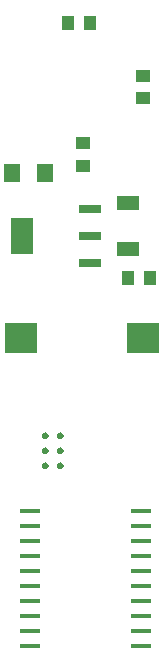
<source format=gbr>
G04 DipTrace 2.4.0.1*
%INTopPaste.gbr*%
%MOIN*%
%ADD48R,0.0707X0.0156*%
%ADD50R,0.0432X0.0511*%
%ADD56R,0.0511X0.0432*%
%ADD58R,0.0766X0.12*%
%ADD60R,0.0766X0.0294*%
%ADD62R,0.11X0.102*%
%ADD64R,0.0747X0.0471*%
%ADD66R,0.055X0.0629*%
%FSLAX44Y44*%
G04*
G70*
G90*
G75*
G01*
%LNTopPaste*%
%LPD*%
D66*
X6315Y22565D3*
X5213D3*
D64*
X9065Y21565D3*
Y20030D3*
D62*
X9565Y17065D3*
X5515D3*
D60*
X7815Y19565D3*
Y20471D3*
Y21376D3*
D58*
X5532Y20471D3*
D56*
X7565Y22815D3*
Y23563D3*
D50*
X7819Y27565D3*
X7071D3*
D56*
X9565Y25815D3*
Y25067D3*
D50*
X9819Y19065D3*
X9071D3*
G36*
X6815Y13700D2*
X6835Y13702D1*
X6854Y13707D1*
X6872Y13716D1*
X6889Y13727D1*
X6903Y13741D1*
X6914Y13758D1*
X6923Y13776D1*
X6928Y13795D1*
X6930Y13815D1*
D1*
X6928Y13835D1*
X6923Y13854D1*
X6914Y13872D1*
X6903Y13889D1*
X6889Y13903D1*
X6872Y13914D1*
X6854Y13923D1*
X6835Y13928D1*
X6815Y13930D1*
D1*
X6795Y13928D1*
X6776Y13923D1*
X6758Y13914D1*
X6741Y13903D1*
X6727Y13889D1*
X6716Y13872D1*
X6707Y13854D1*
X6702Y13835D1*
X6700Y13815D1*
D1*
X6702Y13795D1*
X6707Y13776D1*
X6716Y13758D1*
X6727Y13741D1*
X6741Y13727D1*
X6758Y13716D1*
X6776Y13707D1*
X6795Y13702D1*
X6815Y13700D1*
G37*
G36*
Y13200D2*
X6835Y13202D1*
X6854Y13207D1*
X6872Y13216D1*
X6889Y13227D1*
X6903Y13241D1*
X6914Y13258D1*
X6923Y13276D1*
X6928Y13295D1*
X6930Y13315D1*
D1*
X6928Y13335D1*
X6923Y13354D1*
X6914Y13372D1*
X6903Y13389D1*
X6889Y13403D1*
X6872Y13414D1*
X6854Y13423D1*
X6835Y13428D1*
X6815Y13430D1*
D1*
X6795Y13428D1*
X6776Y13423D1*
X6758Y13414D1*
X6741Y13403D1*
X6727Y13389D1*
X6716Y13372D1*
X6707Y13354D1*
X6702Y13335D1*
X6700Y13315D1*
D1*
X6702Y13295D1*
X6707Y13276D1*
X6716Y13258D1*
X6727Y13241D1*
X6741Y13227D1*
X6758Y13216D1*
X6776Y13207D1*
X6795Y13202D1*
X6815Y13200D1*
G37*
G36*
Y12700D2*
X6835Y12702D1*
X6854Y12707D1*
X6872Y12716D1*
X6889Y12727D1*
X6903Y12741D1*
X6914Y12758D1*
X6923Y12776D1*
X6928Y12795D1*
X6930Y12815D1*
D1*
X6928Y12835D1*
X6923Y12854D1*
X6914Y12872D1*
X6903Y12889D1*
X6889Y12903D1*
X6872Y12914D1*
X6854Y12923D1*
X6835Y12928D1*
X6815Y12930D1*
D1*
X6795Y12928D1*
X6776Y12923D1*
X6758Y12914D1*
X6741Y12903D1*
X6727Y12889D1*
X6716Y12872D1*
X6707Y12854D1*
X6702Y12835D1*
X6700Y12815D1*
D1*
X6702Y12795D1*
X6707Y12776D1*
X6716Y12758D1*
X6727Y12741D1*
X6741Y12727D1*
X6758Y12716D1*
X6776Y12707D1*
X6795Y12702D1*
X6815Y12700D1*
G37*
G36*
X6315D2*
X6335Y12702D1*
X6354Y12707D1*
X6372Y12716D1*
X6389Y12727D1*
X6403Y12741D1*
X6414Y12758D1*
X6423Y12776D1*
X6428Y12795D1*
X6430Y12815D1*
D1*
X6428Y12835D1*
X6423Y12854D1*
X6414Y12872D1*
X6403Y12889D1*
X6389Y12903D1*
X6372Y12914D1*
X6354Y12923D1*
X6335Y12928D1*
X6315Y12930D1*
D1*
X6295Y12928D1*
X6276Y12923D1*
X6258Y12914D1*
X6241Y12903D1*
X6227Y12889D1*
X6216Y12872D1*
X6207Y12854D1*
X6202Y12835D1*
X6200Y12815D1*
D1*
X6202Y12795D1*
X6207Y12776D1*
X6216Y12758D1*
X6227Y12741D1*
X6241Y12727D1*
X6258Y12716D1*
X6276Y12707D1*
X6295Y12702D1*
X6315Y12700D1*
G37*
G36*
Y13200D2*
X6335Y13202D1*
X6354Y13207D1*
X6372Y13216D1*
X6389Y13227D1*
X6403Y13241D1*
X6414Y13258D1*
X6423Y13276D1*
X6428Y13295D1*
X6430Y13315D1*
D1*
X6428Y13335D1*
X6423Y13354D1*
X6414Y13372D1*
X6403Y13389D1*
X6389Y13403D1*
X6372Y13414D1*
X6354Y13423D1*
X6335Y13428D1*
X6315Y13430D1*
D1*
X6295Y13428D1*
X6276Y13423D1*
X6258Y13414D1*
X6241Y13403D1*
X6227Y13389D1*
X6216Y13372D1*
X6207Y13354D1*
X6202Y13335D1*
X6200Y13315D1*
D1*
X6202Y13295D1*
X6207Y13276D1*
X6216Y13258D1*
X6227Y13241D1*
X6241Y13227D1*
X6258Y13216D1*
X6276Y13207D1*
X6295Y13202D1*
X6315Y13200D1*
G37*
G36*
Y13700D2*
X6335Y13702D1*
X6354Y13707D1*
X6372Y13716D1*
X6389Y13727D1*
X6403Y13741D1*
X6414Y13758D1*
X6423Y13776D1*
X6428Y13795D1*
X6430Y13815D1*
D1*
X6428Y13835D1*
X6423Y13854D1*
X6414Y13872D1*
X6403Y13889D1*
X6389Y13903D1*
X6372Y13914D1*
X6354Y13923D1*
X6335Y13928D1*
X6315Y13930D1*
D1*
X6295Y13928D1*
X6276Y13923D1*
X6258Y13914D1*
X6241Y13903D1*
X6227Y13889D1*
X6216Y13872D1*
X6207Y13854D1*
X6202Y13835D1*
X6200Y13815D1*
D1*
X6202Y13795D1*
X6207Y13776D1*
X6216Y13758D1*
X6227Y13741D1*
X6241Y13727D1*
X6258Y13716D1*
X6276Y13707D1*
X6295Y13702D1*
X6315Y13700D1*
G37*
D48*
X5815Y11315D3*
Y10815D3*
Y10315D3*
Y9815D3*
Y9315D3*
Y8815D3*
Y8315D3*
Y7815D3*
Y7315D3*
Y6815D3*
X9515D3*
Y7315D3*
Y7815D3*
Y8315D3*
Y8815D3*
Y9315D3*
Y9815D3*
Y10315D3*
Y10815D3*
Y11315D3*
M02*

</source>
